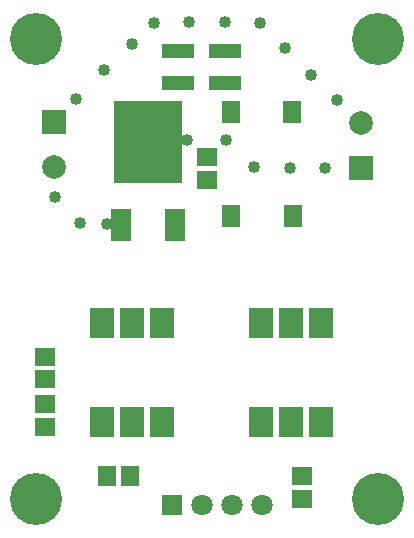
<source format=gts>
%FSLAX24Y24*%
%MOIN*%
G70*
G01*
G75*
G04 Layer_Color=8388736*
%ADD10R,0.1024X0.0433*%
%ADD11R,0.0512X0.0591*%
%ADD12R,0.0591X0.0984*%
%ADD13R,0.2205X0.2677*%
%ADD14R,0.0591X0.0512*%
%ADD15R,0.0709X0.0906*%
%ADD16R,0.0551X0.0669*%
%ADD17C,0.0600*%
%ADD18C,0.0300*%
%ADD19C,0.0120*%
%ADD20C,0.0160*%
%ADD21C,0.1654*%
%ADD22C,0.0630*%
%ADD23R,0.0630X0.0630*%
%ADD24C,0.0709*%
%ADD25R,0.0709X0.0709*%
%ADD26C,0.0320*%
%ADD27C,0.0098*%
%ADD28C,0.0236*%
%ADD29C,0.0100*%
%ADD30C,0.0079*%
%ADD31C,0.0080*%
%ADD32C,0.0080*%
%ADD33C,0.0060*%
%ADD34C,0.0070*%
%ADD35R,0.1104X0.0513*%
%ADD36R,0.0592X0.0671*%
%ADD37R,0.0671X0.1064*%
%ADD38R,0.2285X0.2757*%
%ADD39R,0.0671X0.0592*%
%ADD40R,0.0789X0.0986*%
%ADD41R,0.0631X0.0749*%
%ADD42C,0.1734*%
%ADD43C,0.0710*%
%ADD44R,0.0710X0.0710*%
%ADD45C,0.0789*%
%ADD46R,0.0789X0.0789*%
%ADD47C,0.0400*%
D35*
X5906Y16122D02*
D03*
Y15059D02*
D03*
X7480Y16122D02*
D03*
Y15059D02*
D03*
D36*
X3563Y1969D02*
D03*
X4311D02*
D03*
D37*
X4024Y10315D02*
D03*
X5819D02*
D03*
D38*
X4921Y13091D02*
D03*
D39*
X1496Y5177D02*
D03*
Y5925D02*
D03*
X6890Y12579D02*
D03*
Y11831D02*
D03*
X1496Y3602D02*
D03*
Y4350D02*
D03*
X10039Y1949D02*
D03*
Y1201D02*
D03*
D40*
X3370Y3750D02*
D03*
X4370D02*
D03*
X5370D02*
D03*
X3370Y7037D02*
D03*
X4370D02*
D03*
X5370D02*
D03*
X10685Y7037D02*
D03*
X9685D02*
D03*
X8685D02*
D03*
X10685Y3750D02*
D03*
X9685D02*
D03*
X8685D02*
D03*
D41*
X9724Y14075D02*
D03*
X7677D02*
D03*
X9764Y10630D02*
D03*
X7677D02*
D03*
D42*
X1181Y16535D02*
D03*
Y1181D02*
D03*
X12598Y16535D02*
D03*
Y1181D02*
D03*
D43*
X8709Y984D02*
D03*
X7709D02*
D03*
X6709D02*
D03*
D44*
X5709D02*
D03*
D45*
X1772Y12256D02*
D03*
X12008Y13705D02*
D03*
D46*
X1772Y13756D02*
D03*
X12008Y12205D02*
D03*
D47*
X3543Y10354D02*
D03*
X2638Y10394D02*
D03*
X10827Y12205D02*
D03*
X8465Y12244D02*
D03*
X7520Y13150D02*
D03*
X6220D02*
D03*
X4921D02*
D03*
X9646Y12205D02*
D03*
X10354Y15315D02*
D03*
X9488Y16220D02*
D03*
X11220Y14488D02*
D03*
X7480Y17087D02*
D03*
X6299D02*
D03*
X5118Y17047D02*
D03*
X3465Y15472D02*
D03*
X4370Y16339D02*
D03*
X1811Y11260D02*
D03*
X8661Y17047D02*
D03*
X2520Y14528D02*
D03*
M02*

</source>
